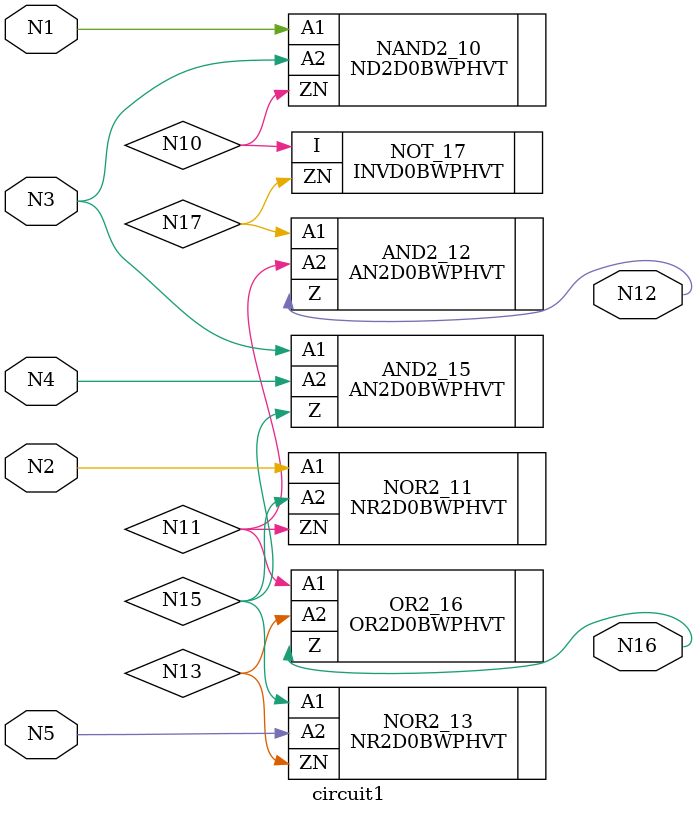
<source format=v>


module circuit1 (N1, N2, N3, N4, N5, N12, N16);

input N1, N2, N3, N4, N5;
output N12, N16;

wire N10, N11, N13, N15, N17;

//nand NAND2_10 (N10, N1, N3);
ND2D0BWPHVT NAND2_10 ( .A1(N1), .A2(N3), .ZN(N10) );
//not  NOT_17 (N17, N10);
INVD0BWPHVT NOT_17 ( .I(N10), .ZN(N17) );
// and  AND2_15 (N15, N3, N4);
AN2D0BWPHVT AND2_15 ( .A1(N3), .A2(N4), .Z(N15) );
//nor  NOR2_11 (N11, N2, N15);
NR2D0BWPHVT NOR2_11 ( .A1(N2), .A2(N15), .ZN(N11) );
//nor  NOR2_13 (N13, N15, N5);
NR2D0BWPHVT NOR2_13 ( .A1(N15), .A2(N5), .ZN(N13) );
//and  AND2_12 (N12, N17, N11);
AN2D0BWPHVT AND2_12 ( .A1(N17), .A2(N11), .Z(N12) );
// or   OR2_16 (N16, N11, N13);
OR2D0BWPHVT OR2_16 ( .A1(N11), .A2(N13), .Z(N16) );


endmodule
</source>
